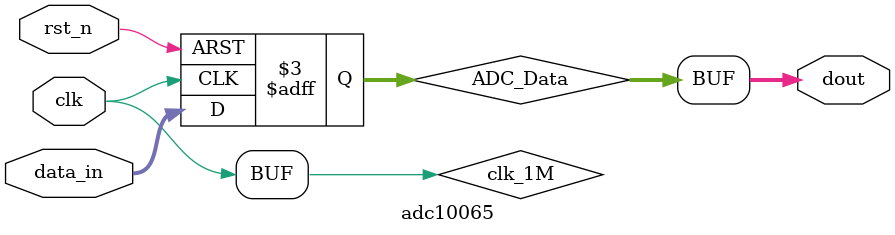
<source format=v>
module adc10065 (
	rst_n,clk,data_in,
	dout);
	
	
	input    rst_n;            
	input		clk;   	
	input   [9:0] data_in;
	output  [9:0] dout;
	
	reg [9:0] ADC_Data;
	
	
	wire clk_1M;
	assign clk_1M=clk;
	
	
	
	
	always@(posedge clk_1M or negedge rst_n)
		begin
			if(!rst_n) 
				begin
					ADC_Data <= 10'd0;
				end
			else
				begin
					ADC_Data <= data_in;
				end
		
		end
		
	assign dout=ADC_Data;
		
	
	
	
	
endmodule

		
</source>
